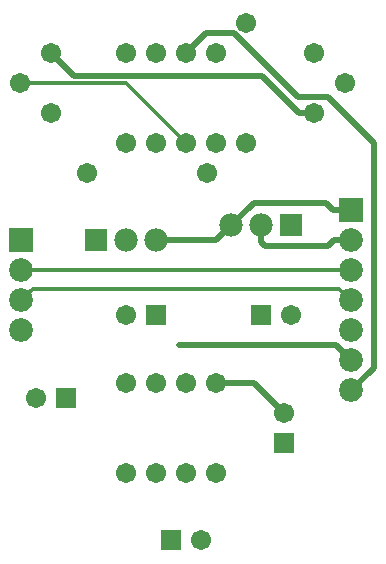
<source format=gbr>
G04 #@! TF.GenerationSoftware,KiCad,Pcbnew,(5.0.2)-1*
G04 #@! TF.CreationDate,2019-01-05T12:32:47+08:00*
G04 #@! TF.ProjectId,PSU 4CH,50535520-3443-4482-9e6b-696361645f70,rev?*
G04 #@! TF.SameCoordinates,Original*
G04 #@! TF.FileFunction,Copper,L1,Top*
G04 #@! TF.FilePolarity,Positive*
%FSLAX46Y46*%
G04 Gerber Fmt 4.6, Leading zero omitted, Abs format (unit mm)*
G04 Created by KiCad (PCBNEW (5.0.2)-1) date 01/05/19 12:32:47*
%MOMM*%
%LPD*%
G01*
G04 APERTURE LIST*
G04 #@! TA.AperFunction,ComponentPad*
%ADD10C,1.716000*%
G04 #@! TD*
G04 #@! TA.AperFunction,ComponentPad*
%ADD11R,1.716000X1.716000*%
G04 #@! TD*
G04 #@! TA.AperFunction,ComponentPad*
%ADD12C,2.016000*%
G04 #@! TD*
G04 #@! TA.AperFunction,ComponentPad*
%ADD13R,2.016000X2.016000*%
G04 #@! TD*
G04 #@! TA.AperFunction,ComponentPad*
%ADD14C,1.989000*%
G04 #@! TD*
G04 #@! TA.AperFunction,ComponentPad*
%ADD15R,1.989000X1.989000*%
G04 #@! TD*
G04 #@! TA.AperFunction,ViaPad*
%ADD16C,0.450000*%
G04 #@! TD*
G04 #@! TA.AperFunction,Conductor*
%ADD17C,0.508000*%
G04 #@! TD*
G04 #@! TA.AperFunction,Conductor*
%ADD18C,0.304800*%
G04 #@! TD*
G04 APERTURE END LIST*
D10*
G04 #@! TO.P,C3,2*
G04 #@! TO.N,GND*
X120015000Y-63500000D03*
D11*
G04 #@! TO.P,C3,1*
G04 #@! TO.N,+5V*
X122555000Y-63500000D03*
G04 #@! TD*
D10*
G04 #@! TO.P,U4,8*
G04 #@! TO.N,+5V*
X120015000Y-41275000D03*
G04 #@! TO.P,U4,7*
G04 #@! TO.N,-2V8*
X122555000Y-41275000D03*
G04 #@! TO.P,U4,6*
X125095000Y-41275000D03*
G04 #@! TO.P,U4,5*
G04 #@! TO.N,Net-(POT2-Pad2)*
X127635000Y-41275000D03*
G04 #@! TO.P,U4,4*
G04 #@! TO.N,-5V*
X127635000Y-48895000D03*
G04 #@! TO.P,U4,3*
G04 #@! TO.N,Net-(POT1-Pad2)*
X125095000Y-48895000D03*
G04 #@! TO.P,U4,2*
G04 #@! TO.N,-0V5*
X122555000Y-48895000D03*
G04 #@! TO.P,U4,1*
X120015000Y-48895000D03*
G04 #@! TD*
G04 #@! TO.P,R2,2*
G04 #@! TO.N,Net-(POT2-Pad1)*
X130175000Y-38735000D03*
G04 #@! TO.P,R2,1*
G04 #@! TO.N,-5V*
X130175000Y-48895000D03*
G04 #@! TD*
G04 #@! TO.P,POT2,1*
G04 #@! TO.N,Net-(POT2-Pad1)*
X135890000Y-41275000D03*
G04 #@! TO.P,POT2,2*
G04 #@! TO.N,Net-(POT2-Pad2)*
X138557000Y-43815000D03*
G04 #@! TO.P,POT2,3*
G04 #@! TO.N,GND*
X135890000Y-46355000D03*
G04 #@! TD*
D11*
G04 #@! TO.P,C1,1*
G04 #@! TO.N,Vin*
X114935000Y-70485000D03*
D10*
G04 #@! TO.P,C1,2*
G04 #@! TO.N,GND*
X112395000Y-70485000D03*
G04 #@! TD*
G04 #@! TO.P,C6,2*
G04 #@! TO.N,GND*
X133985000Y-63500000D03*
D11*
G04 #@! TO.P,C6,1*
G04 #@! TO.N,+3V3*
X131445000Y-63500000D03*
G04 #@! TD*
G04 #@! TO.P,C8,1*
G04 #@! TO.N,Net-(C8-Pad1)*
X123825000Y-82550000D03*
D10*
G04 #@! TO.P,C8,2*
G04 #@! TO.N,Net-(C8-Pad2)*
X126365000Y-82550000D03*
G04 #@! TD*
G04 #@! TO.P,C9,2*
G04 #@! TO.N,-5V*
X133350000Y-71755000D03*
D11*
G04 #@! TO.P,C9,1*
G04 #@! TO.N,GND*
X133350000Y-74295000D03*
G04 #@! TD*
D12*
G04 #@! TO.P,J1,4*
G04 #@! TO.N,GND*
X111125000Y-64770000D03*
G04 #@! TO.P,J1,3*
G04 #@! TO.N,Net-(J1-Pad3)*
X111125000Y-62230000D03*
G04 #@! TO.P,J1,2*
G04 #@! TO.N,Net-(J1-Pad2)*
X111125000Y-59690000D03*
D13*
G04 #@! TO.P,J1,1*
G04 #@! TO.N,Vin*
X111125000Y-57150000D03*
G04 #@! TD*
D12*
G04 #@! TO.P,J2,7*
G04 #@! TO.N,-2V8*
X139065000Y-69850000D03*
G04 #@! TO.P,J2,6*
G04 #@! TO.N,-0V5*
X139065000Y-67310000D03*
G04 #@! TO.P,J2,5*
G04 #@! TO.N,GND*
X139065000Y-64770000D03*
G04 #@! TO.P,J2,4*
G04 #@! TO.N,Net-(J1-Pad3)*
X139065000Y-62230000D03*
G04 #@! TO.P,J2,3*
G04 #@! TO.N,Net-(J1-Pad2)*
X139065000Y-59690000D03*
G04 #@! TO.P,J2,2*
G04 #@! TO.N,+3V3*
X139065000Y-57150000D03*
D13*
G04 #@! TO.P,J2,1*
G04 #@! TO.N,+5V*
X139065000Y-54610000D03*
G04 #@! TD*
D10*
G04 #@! TO.P,POT1,3*
G04 #@! TO.N,GND*
X113665000Y-41275000D03*
G04 #@! TO.P,POT1,2*
G04 #@! TO.N,Net-(POT1-Pad2)*
X110998000Y-43815000D03*
G04 #@! TO.P,POT1,1*
G04 #@! TO.N,Net-(POT1-Pad1)*
X113665000Y-46355000D03*
G04 #@! TD*
G04 #@! TO.P,R1,1*
G04 #@! TO.N,-5V*
X126873000Y-51435000D03*
G04 #@! TO.P,R1,2*
G04 #@! TO.N,Net-(POT1-Pad1)*
X116713000Y-51435000D03*
G04 #@! TD*
D14*
G04 #@! TO.P,U1,2*
G04 #@! TO.N,GND*
X120015000Y-57150000D03*
D15*
G04 #@! TO.P,U1,1*
G04 #@! TO.N,Vin*
X117475000Y-57150000D03*
D14*
G04 #@! TO.P,U1,3*
G04 #@! TO.N,+5V*
X122555000Y-57150000D03*
G04 #@! TD*
G04 #@! TO.P,U2,3*
G04 #@! TO.N,+5V*
X128905000Y-55880000D03*
D15*
G04 #@! TO.P,U2,1*
G04 #@! TO.N,GND*
X133985000Y-55880000D03*
D14*
G04 #@! TO.P,U2,2*
G04 #@! TO.N,+3V3*
X131445000Y-55880000D03*
G04 #@! TD*
D10*
G04 #@! TO.P,U3,1*
G04 #@! TO.N,N/C*
X120015000Y-76835000D03*
G04 #@! TO.P,U3,2*
G04 #@! TO.N,Net-(C8-Pad1)*
X122555000Y-76835000D03*
G04 #@! TO.P,U3,3*
G04 #@! TO.N,GND*
X125095000Y-76835000D03*
G04 #@! TO.P,U3,4*
G04 #@! TO.N,Net-(C8-Pad2)*
X127635000Y-76835000D03*
G04 #@! TO.P,U3,5*
G04 #@! TO.N,-5V*
X127635000Y-69215000D03*
G04 #@! TO.P,U3,6*
G04 #@! TO.N,N/C*
X125095000Y-69215000D03*
G04 #@! TO.P,U3,7*
G04 #@! TO.N,Net-(U3-Pad7)*
X122555000Y-69215000D03*
G04 #@! TO.P,U3,8*
G04 #@! TO.N,+5V*
X120015000Y-69215000D03*
G04 #@! TD*
D16*
G04 #@! TO.N,-0V5*
X124460000Y-66040000D03*
G04 #@! TD*
D17*
G04 #@! TO.N,GND*
X131530195Y-43208590D02*
X134676605Y-46355000D01*
X115598590Y-43208590D02*
X131530195Y-43208590D01*
X113665000Y-41275000D02*
X115598590Y-43208590D01*
X134676605Y-46355000D02*
X135890000Y-46355000D01*
G04 #@! TO.N,+5V*
X122555000Y-57150000D02*
X127635000Y-57150000D01*
X127635000Y-57150000D02*
X128905000Y-55880000D01*
X137549000Y-54610000D02*
X139065000Y-54610000D01*
X136914000Y-53975000D02*
X137549000Y-54610000D01*
X130810000Y-53975000D02*
X136914000Y-53975000D01*
X128905000Y-55880000D02*
X130810000Y-53975000D01*
G04 #@! TO.N,+3V3*
X137639473Y-57150000D02*
X137131473Y-57658000D01*
X139065000Y-57150000D02*
X137639473Y-57150000D01*
X131445000Y-57286435D02*
X131445000Y-55880000D01*
X131816565Y-57658000D02*
X131445000Y-57286435D01*
X137131473Y-57658000D02*
X131816565Y-57658000D01*
G04 #@! TO.N,-5V*
X130810000Y-69215000D02*
X133350000Y-71755000D01*
X127635000Y-69215000D02*
X130810000Y-69215000D01*
G04 #@! TO.N,-0V5*
X137795000Y-66040000D02*
X139065000Y-67310000D01*
X124460000Y-66040000D02*
X137795000Y-66040000D01*
G04 #@! TO.N,-2V8*
X125095000Y-41275000D02*
X126746000Y-39624000D01*
X126746000Y-39624000D02*
X129122238Y-39624000D01*
X140970000Y-67945000D02*
X139065000Y-69850000D01*
X129122238Y-39624000D02*
X134541237Y-45042999D01*
X134541237Y-45042999D02*
X137117999Y-45042999D01*
X137117999Y-45042999D02*
X140970000Y-48895000D01*
X140970000Y-48895000D02*
X140970000Y-67945000D01*
D18*
G04 #@! TO.N,Net-(J1-Pad3)*
X138057001Y-61222001D02*
X139065000Y-62230000D01*
X112132999Y-61222001D02*
X138057001Y-61222001D01*
X111125000Y-62230000D02*
X112132999Y-61222001D01*
G04 #@! TO.N,Net-(J1-Pad2)*
X137639473Y-59690000D02*
X111125000Y-59690000D01*
X139065000Y-59690000D02*
X137639473Y-59690000D01*
G04 #@! TO.N,Net-(POT1-Pad2)*
X120015000Y-43815000D02*
X125095000Y-48895000D01*
X110998000Y-43815000D02*
X120015000Y-43815000D01*
G04 #@! TD*
M02*

</source>
